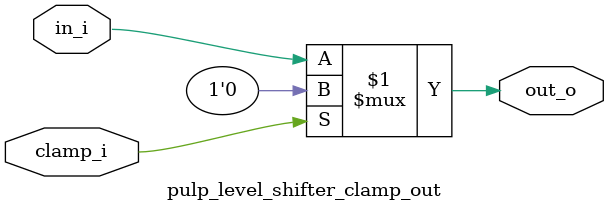
<source format=sv>

module pulp_level_shifter_clamp_out
(
    input  logic in_i,
    output logic out_o,
    input logic  clamp_i
);


    assign out_o = clamp_i ? 1'b0 : in_i;

endmodule

</source>
